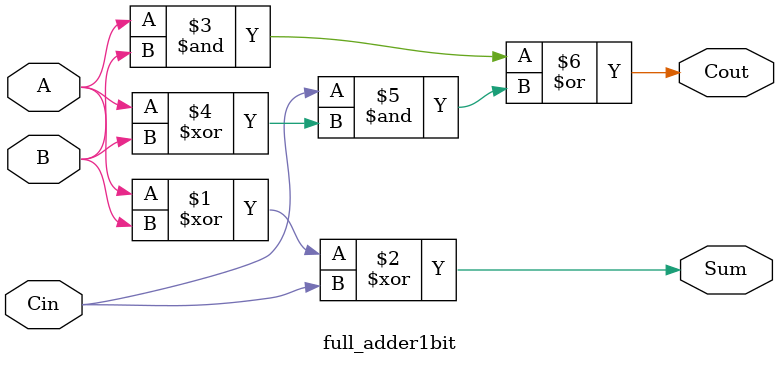
<source format=v>
module full_adder1bit (A, B, Cin, Sum, Cout);

  // ports
  input wire A, B, Cin;
  output wire Sum, Cout;

  // sum: xor A,B Cin
  assign Sum = A ^ B ^ Cin;

  // Cout
  assign Cout = (A & B) |  (Cin & (A^B));

endmodule

</source>
